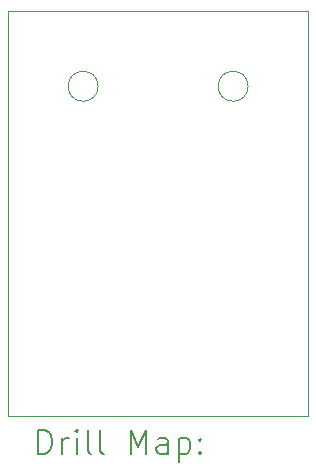
<source format=gbr>
%TF.GenerationSoftware,KiCad,Pcbnew,7.0.8*%
%TF.CreationDate,2023-11-19T21:35:30-05:00*%
%TF.ProjectId,Light Pcb,4c696768-7420-4506-9362-2e6b69636164,rev?*%
%TF.SameCoordinates,Original*%
%TF.FileFunction,Drillmap*%
%TF.FilePolarity,Positive*%
%FSLAX45Y45*%
G04 Gerber Fmt 4.5, Leading zero omitted, Abs format (unit mm)*
G04 Created by KiCad (PCBNEW 7.0.8) date 2023-11-19 21:35:30*
%MOMM*%
%LPD*%
G01*
G04 APERTURE LIST*
%ADD10C,0.100000*%
%ADD11C,0.200000*%
G04 APERTURE END LIST*
D10*
X10922000Y-5334000D02*
G75*
G03*
X10922000Y-5334000I-127000J0D01*
G01*
X9652000Y-5334000D02*
G75*
G03*
X9652000Y-5334000I-127000J0D01*
G01*
X8890000Y-4699000D02*
X11430000Y-4699000D01*
X11430000Y-8128000D01*
X8890000Y-8128000D01*
X8890000Y-4699000D01*
D11*
X9145777Y-8444484D02*
X9145777Y-8244484D01*
X9145777Y-8244484D02*
X9193396Y-8244484D01*
X9193396Y-8244484D02*
X9221967Y-8254008D01*
X9221967Y-8254008D02*
X9241015Y-8273055D01*
X9241015Y-8273055D02*
X9250539Y-8292103D01*
X9250539Y-8292103D02*
X9260063Y-8330198D01*
X9260063Y-8330198D02*
X9260063Y-8358769D01*
X9260063Y-8358769D02*
X9250539Y-8396865D01*
X9250539Y-8396865D02*
X9241015Y-8415912D01*
X9241015Y-8415912D02*
X9221967Y-8434960D01*
X9221967Y-8434960D02*
X9193396Y-8444484D01*
X9193396Y-8444484D02*
X9145777Y-8444484D01*
X9345777Y-8444484D02*
X9345777Y-8311150D01*
X9345777Y-8349246D02*
X9355301Y-8330198D01*
X9355301Y-8330198D02*
X9364824Y-8320674D01*
X9364824Y-8320674D02*
X9383872Y-8311150D01*
X9383872Y-8311150D02*
X9402920Y-8311150D01*
X9469586Y-8444484D02*
X9469586Y-8311150D01*
X9469586Y-8244484D02*
X9460063Y-8254008D01*
X9460063Y-8254008D02*
X9469586Y-8263531D01*
X9469586Y-8263531D02*
X9479110Y-8254008D01*
X9479110Y-8254008D02*
X9469586Y-8244484D01*
X9469586Y-8244484D02*
X9469586Y-8263531D01*
X9593396Y-8444484D02*
X9574348Y-8434960D01*
X9574348Y-8434960D02*
X9564824Y-8415912D01*
X9564824Y-8415912D02*
X9564824Y-8244484D01*
X9698158Y-8444484D02*
X9679110Y-8434960D01*
X9679110Y-8434960D02*
X9669586Y-8415912D01*
X9669586Y-8415912D02*
X9669586Y-8244484D01*
X9926729Y-8444484D02*
X9926729Y-8244484D01*
X9926729Y-8244484D02*
X9993396Y-8387341D01*
X9993396Y-8387341D02*
X10060063Y-8244484D01*
X10060063Y-8244484D02*
X10060063Y-8444484D01*
X10241015Y-8444484D02*
X10241015Y-8339722D01*
X10241015Y-8339722D02*
X10231491Y-8320674D01*
X10231491Y-8320674D02*
X10212444Y-8311150D01*
X10212444Y-8311150D02*
X10174348Y-8311150D01*
X10174348Y-8311150D02*
X10155301Y-8320674D01*
X10241015Y-8434960D02*
X10221967Y-8444484D01*
X10221967Y-8444484D02*
X10174348Y-8444484D01*
X10174348Y-8444484D02*
X10155301Y-8434960D01*
X10155301Y-8434960D02*
X10145777Y-8415912D01*
X10145777Y-8415912D02*
X10145777Y-8396865D01*
X10145777Y-8396865D02*
X10155301Y-8377817D01*
X10155301Y-8377817D02*
X10174348Y-8368293D01*
X10174348Y-8368293D02*
X10221967Y-8368293D01*
X10221967Y-8368293D02*
X10241015Y-8358769D01*
X10336253Y-8311150D02*
X10336253Y-8511150D01*
X10336253Y-8320674D02*
X10355301Y-8311150D01*
X10355301Y-8311150D02*
X10393396Y-8311150D01*
X10393396Y-8311150D02*
X10412444Y-8320674D01*
X10412444Y-8320674D02*
X10421967Y-8330198D01*
X10421967Y-8330198D02*
X10431491Y-8349246D01*
X10431491Y-8349246D02*
X10431491Y-8406389D01*
X10431491Y-8406389D02*
X10421967Y-8425436D01*
X10421967Y-8425436D02*
X10412444Y-8434960D01*
X10412444Y-8434960D02*
X10393396Y-8444484D01*
X10393396Y-8444484D02*
X10355301Y-8444484D01*
X10355301Y-8444484D02*
X10336253Y-8434960D01*
X10517205Y-8425436D02*
X10526729Y-8434960D01*
X10526729Y-8434960D02*
X10517205Y-8444484D01*
X10517205Y-8444484D02*
X10507682Y-8434960D01*
X10507682Y-8434960D02*
X10517205Y-8425436D01*
X10517205Y-8425436D02*
X10517205Y-8444484D01*
X10517205Y-8320674D02*
X10526729Y-8330198D01*
X10526729Y-8330198D02*
X10517205Y-8339722D01*
X10517205Y-8339722D02*
X10507682Y-8330198D01*
X10507682Y-8330198D02*
X10517205Y-8320674D01*
X10517205Y-8320674D02*
X10517205Y-8339722D01*
M02*

</source>
